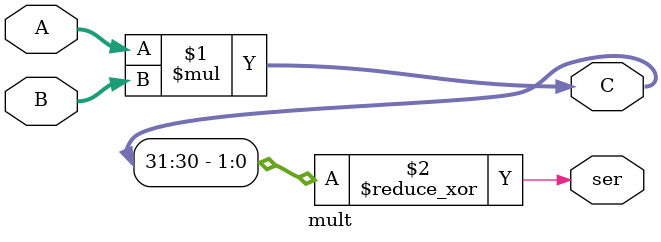
<source format=v>
module mult #(
    parameter integer W = 16
) (
    input  wire signed [  W-1:0] A,
    input  wire signed [  W-1:0] B,
    output wire signed [2*W-1:0] C,
    output wire                  ser
);

  assign C   = A * B;
  assign ser = ^C[2*W-1 : 2*W-2];

endmodule

</source>
